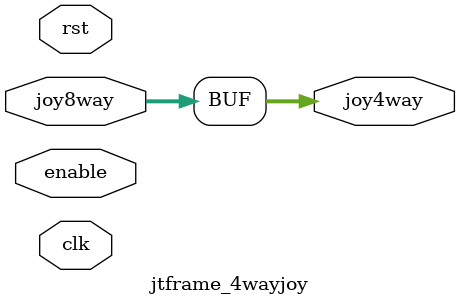
<source format=v>

/*  This file is part of JT_FRAME.
    JTFRAME program is free software: you can redistribute it and/or modify
    it under the terms of the GNU General Public License as published by
    the Free Software Foundation, either version 3 of the License, or
    (at your option) any later version.

    JTFRAME program is distributed in the hope that it will be useful,
    but WITHOUT ANY WARRANTY; without even the implied warranty of
    MERCHANTABILITY or FITNESS FOR A PARTICULAR PURPOSE.  See the
    GNU General Public License for more details.

    You should have received a copy of the GNU General Public License
    along with JTFRAME.  If not, see <http://www.gnu.org/licenses/>.

    Author: Jose Tejada Gomez. Twitter: @topapate
    Version: 1.0
    Date: 10-5-2020 */

module jtframe_4wayjoy(
    input            clk,
    input            rst,
    input            enable,
    input      [3:0] joy8way,
    output reg [3:0] joy4way
);

`ifndef JTFRAME_SUPPORT_4WAY
    always @(*) joy4way = joy8way;
`else
always @(posedge clk, posedge rst) begin
    if( rst ) begin
        joy4way <= 4'd0;
    end else begin
        if( !enable ) begin
            joy4way <= joy8way;
        end else begin
            if( joy8way==4'b0001 || joy8way==4'b0010 ||
                joy8way==4'b0100 || joy8way==4'b1000 || joy8way==4'b0000 )
                joy4way <= joy8way;
        end
    end
end
`endif

endmodule
</source>
